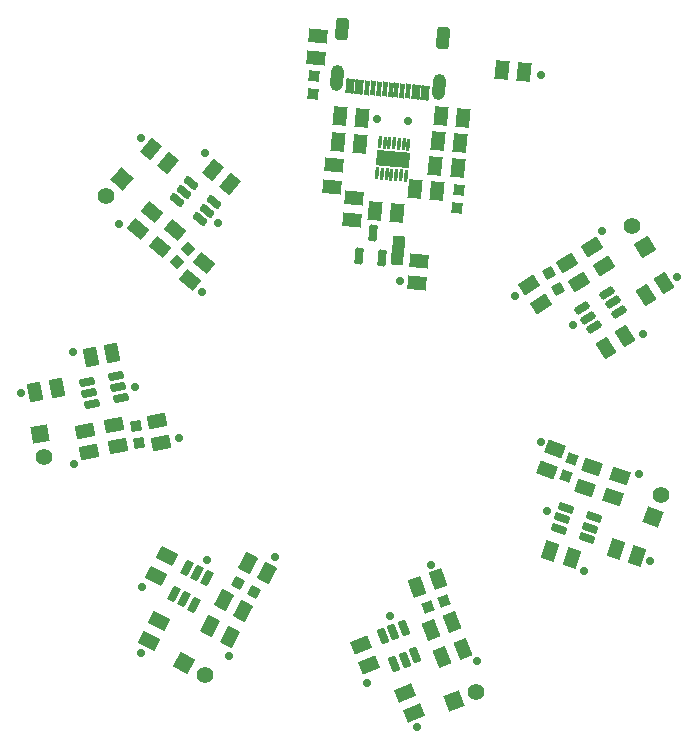
<source format=gts>
G04*
G04 #@! TF.GenerationSoftware,Altium Limited,Altium Designer,25.8.1 (18)*
G04*
G04 Layer_Color=8388736*
%FSLAX44Y44*%
%MOMM*%
G71*
G04*
G04 #@! TF.SameCoordinates,47027A52-A871-4FAA-A7FE-F427427C3117*
G04*
G04*
G04 #@! TF.FilePolarity,Negative*
G04*
G01*
G75*
G04:AMPARAMS|DCode=69|XSize=1.3077mm|YSize=1.02mm|CornerRadius=0mm|HoleSize=0mm|Usage=FLASHONLY|Rotation=265.000|XOffset=0mm|YOffset=0mm|HoleType=Round|Shape=Rectangle|*
%AMROTATEDRECTD69*
4,1,4,-0.4511,0.6958,0.5651,0.6069,0.4511,-0.6958,-0.5651,-0.6069,-0.4511,0.6958,0.0*
%
%ADD69ROTATEDRECTD69*%

G04:AMPARAMS|DCode=70|XSize=0.398mm|YSize=1.248mm|CornerRadius=0mm|HoleSize=0mm|Usage=FLASHONLY|Rotation=175.000|XOffset=0mm|YOffset=0mm|HoleType=Round|Shape=Rectangle|*
%AMROTATEDRECTD70*
4,1,4,0.2526,0.6043,0.1439,-0.6390,-0.2526,-0.6043,-0.1439,0.6390,0.2526,0.6043,0.0*
%
%ADD70ROTATEDRECTD70*%

G04:AMPARAMS|DCode=71|XSize=0.698mm|YSize=1.248mm|CornerRadius=0mm|HoleSize=0mm|Usage=FLASHONLY|Rotation=175.000|XOffset=0mm|YOffset=0mm|HoleType=Round|Shape=Rectangle|*
%AMROTATEDRECTD71*
4,1,4,0.4021,0.5912,0.2933,-0.6520,-0.4021,-0.5912,-0.2933,0.6520,0.4021,0.5912,0.0*
%
%ADD71ROTATEDRECTD71*%

G04:AMPARAMS|DCode=72|XSize=1.3116mm|YSize=0.6816mm|CornerRadius=0.1233mm|HoleSize=0mm|Usage=FLASHONLY|Rotation=161.520|XOffset=0mm|YOffset=0mm|HoleType=Round|Shape=RoundedRectangle|*
%AMROUNDEDRECTD72*
21,1,1.3116,0.4350,0,0,161.52*
21,1,1.0650,0.6816,0,0,161.52*
1,1,0.2466,-0.4361,0.3751*
1,1,0.2466,0.5740,0.0375*
1,1,0.2466,0.4361,-0.3751*
1,1,0.2466,-0.5740,-0.0375*
%
%ADD72ROUNDEDRECTD72*%
G04:AMPARAMS|DCode=73|XSize=1.1416mm|YSize=1.5716mm|CornerRadius=0mm|HoleSize=0mm|Usage=FLASHONLY|Rotation=161.683|XOffset=0mm|YOffset=0mm|HoleType=Round|Shape=Rectangle|*
%AMROTATEDRECTD73*
4,1,4,0.7888,0.5666,0.2949,-0.9254,-0.7888,-0.5666,-0.2949,0.9254,0.7888,0.5666,0.0*
%
%ADD73ROTATEDRECTD73*%

G04:AMPARAMS|DCode=74|XSize=1.1416mm|YSize=1.5716mm|CornerRadius=0mm|HoleSize=0mm|Usage=FLASHONLY|Rotation=249.339|XOffset=0mm|YOffset=0mm|HoleType=Round|Shape=Rectangle|*
%AMROTATEDRECTD74*
4,1,4,-0.5339,0.8113,0.9367,0.2568,0.5339,-0.8113,-0.9367,-0.2568,-0.5339,0.8113,0.0*
%
%ADD74ROTATEDRECTD74*%

G04:AMPARAMS|DCode=75|XSize=1.1416mm|YSize=1.5716mm|CornerRadius=0mm|HoleSize=0mm|Usage=FLASHONLY|Rotation=250.657|XOffset=0mm|YOffset=0mm|HoleType=Round|Shape=Rectangle|*
%AMROTATEDRECTD75*
4,1,4,-0.5524,0.7989,0.9305,0.2783,0.5524,-0.7989,-0.9305,-0.2783,-0.5524,0.7989,0.0*
%
%ADD75ROTATEDRECTD75*%

G04:AMPARAMS|DCode=76|XSize=1.1416mm|YSize=1.5716mm|CornerRadius=0mm|HoleSize=0mm|Usage=FLASHONLY|Rotation=161.386|XOffset=0mm|YOffset=0mm|HoleType=Round|Shape=Rectangle|*
%AMROTATEDRECTD76*
4,1,4,0.7918,0.5625,0.2901,-0.9269,-0.7918,-0.5625,-0.2901,0.9269,0.7918,0.5625,0.0*
%
%ADD76ROTATEDRECTD76*%

G04:AMPARAMS|DCode=77|XSize=1.1416mm|YSize=1.5716mm|CornerRadius=0mm|HoleSize=0mm|Usage=FLASHONLY|Rotation=251.229|XOffset=0mm|YOffset=0mm|HoleType=Round|Shape=Rectangle|*
%AMROTATEDRECTD77*
4,1,4,-0.5603,0.7933,0.9277,0.2876,0.5603,-0.7933,-0.9277,-0.2876,-0.5603,0.7933,0.0*
%
%ADD77ROTATEDRECTD77*%

%ADD78P,1.2751X4X204.811*%
G04:AMPARAMS|DCode=79|XSize=1.1416mm|YSize=1.5716mm|CornerRadius=0mm|HoleSize=0mm|Usage=FLASHONLY|Rotation=173.998|XOffset=0mm|YOffset=0mm|HoleType=Round|Shape=Rectangle|*
%AMROTATEDRECTD79*
4,1,4,0.6498,0.7218,0.4855,-0.8412,-0.6498,-0.7218,-0.4855,0.8412,0.6498,0.7218,0.0*
%
%ADD79ROTATEDRECTD79*%

G04:AMPARAMS|DCode=80|XSize=1.1416mm|YSize=1.5716mm|CornerRadius=0mm|HoleSize=0mm|Usage=FLASHONLY|Rotation=175.000|XOffset=0mm|YOffset=0mm|HoleType=Round|Shape=Rectangle|*
%AMROTATEDRECTD80*
4,1,4,0.6371,0.7331,0.5001,-0.8326,-0.6371,-0.7331,-0.5001,0.8326,0.6371,0.7331,0.0*
%
%ADD80ROTATEDRECTD80*%

G04:AMPARAMS|DCode=81|XSize=1.1416mm|YSize=1.5716mm|CornerRadius=0mm|HoleSize=0mm|Usage=FLASHONLY|Rotation=174.344|XOffset=0mm|YOffset=0mm|HoleType=Round|Shape=Rectangle|*
%AMROTATEDRECTD81*
4,1,4,0.6455,0.7257,0.4906,-0.8382,-0.6455,-0.7257,-0.4906,0.8382,0.6455,0.7257,0.0*
%
%ADD81ROTATEDRECTD81*%

G04:AMPARAMS|DCode=82|XSize=1.1416mm|YSize=1.5716mm|CornerRadius=0mm|HoleSize=0mm|Usage=FLASHONLY|Rotation=302.066|XOffset=0mm|YOffset=0mm|HoleType=Round|Shape=Rectangle|*
%AMROTATEDRECTD82*
4,1,4,-0.9689,0.0665,0.3629,0.9009,0.9689,-0.0665,-0.3629,-0.9009,-0.9689,0.0665,0.0*
%
%ADD82ROTATEDRECTD82*%

G04:AMPARAMS|DCode=83|XSize=1.1416mm|YSize=1.5716mm|CornerRadius=0mm|HoleSize=0mm|Usage=FLASHONLY|Rotation=173.890|XOffset=0mm|YOffset=0mm|HoleType=Round|Shape=Rectangle|*
%AMROTATEDRECTD83*
4,1,4,0.6512,0.7206,0.4839,-0.8421,-0.6512,-0.7206,-0.4839,0.8421,0.6512,0.7206,0.0*
%
%ADD83ROTATEDRECTD83*%

%ADD84P,1.2751X4X400.43*%
G04:AMPARAMS|DCode=85|XSize=2.8016mm|YSize=1.3016mm|CornerRadius=0mm|HoleSize=0mm|Usage=FLASHONLY|Rotation=355.000|XOffset=0mm|YOffset=0mm|HoleType=Round|Shape=Rectangle|*
%AMROTATEDRECTD85*
4,1,4,-1.4522,-0.5262,-1.3388,0.7704,1.4522,0.5262,1.3388,-0.7704,-1.4522,-0.5262,0.0*
%
%ADD85ROTATEDRECTD85*%

G04:AMPARAMS|DCode=86|XSize=1.058mm|YSize=0.298mm|CornerRadius=0mm|HoleSize=0mm|Usage=FLASHONLY|Rotation=85.000|XOffset=0mm|YOffset=0mm|HoleType=Round|Shape=Rectangle|*
%AMROTATEDRECTD86*
4,1,4,0.1023,-0.5400,-0.1945,-0.5140,-0.1023,0.5400,0.1945,0.5140,0.1023,-0.5400,0.0*
%
%ADD86ROTATEDRECTD86*%

G04:AMPARAMS|DCode=87|XSize=1.1416mm|YSize=1.5716mm|CornerRadius=0mm|HoleSize=0mm|Usage=FLASHONLY|Rotation=212.521|XOffset=0mm|YOffset=0mm|HoleType=Round|Shape=Rectangle|*
%AMROTATEDRECTD87*
4,1,4,0.0589,0.9695,0.9038,-0.3557,-0.0589,-0.9695,-0.9038,0.3557,0.0589,0.9695,0.0*
%
%ADD87ROTATEDRECTD87*%

G04:AMPARAMS|DCode=88|XSize=1.1416mm|YSize=1.5716mm|CornerRadius=0mm|HoleSize=0mm|Usage=FLASHONLY|Rotation=212.223|XOffset=0mm|YOffset=0mm|HoleType=Round|Shape=Rectangle|*
%AMROTATEDRECTD88*
4,1,4,0.0639,0.9691,0.9019,-0.3604,-0.0639,-0.9691,-0.9019,0.3604,0.0639,0.9691,0.0*
%
%ADD88ROTATEDRECTD88*%

G04:AMPARAMS|DCode=89|XSize=1.3116mm|YSize=0.6816mm|CornerRadius=0.1233mm|HoleSize=0mm|Usage=FLASHONLY|Rotation=212.357|XOffset=0mm|YOffset=0mm|HoleType=Round|Shape=RoundedRectangle|*
%AMROUNDEDRECTD89*
21,1,1.3116,0.4350,0,0,212.357*
21,1,1.0650,0.6816,0,0,212.357*
1,1,0.2466,-0.5662,-0.1013*
1,1,0.2466,0.3334,0.4687*
1,1,0.2466,0.5662,0.1013*
1,1,0.2466,-0.3334,-0.4687*
%
%ADD89ROUNDEDRECTD89*%
G04:AMPARAMS|DCode=90|XSize=1.1416mm|YSize=1.5716mm|CornerRadius=0mm|HoleSize=0mm|Usage=FLASHONLY|Rotation=303.261|XOffset=0mm|YOffset=0mm|HoleType=Round|Shape=Rectangle|*
%AMROTATEDRECTD90*
4,1,4,-0.9701,0.0463,0.3440,0.9083,0.9701,-0.0463,-0.3440,-0.9083,-0.9701,0.0463,0.0*
%
%ADD90ROTATEDRECTD90*%

G04:AMPARAMS|DCode=91|XSize=1.1416mm|YSize=1.5716mm|CornerRadius=0mm|HoleSize=0mm|Usage=FLASHONLY|Rotation=85.000|XOffset=0mm|YOffset=0mm|HoleType=Round|Shape=Rectangle|*
%AMROTATEDRECTD91*
4,1,4,0.7331,-0.6371,-0.8326,-0.5001,-0.7331,0.6371,0.8326,0.5001,0.7331,-0.6371,0.0*
%
%ADD91ROTATEDRECTD91*%

G04:AMPARAMS|DCode=92|XSize=1.1416mm|YSize=1.5716mm|CornerRadius=0mm|HoleSize=0mm|Usage=FLASHONLY|Rotation=200.137|XOffset=0mm|YOffset=0mm|HoleType=Round|Shape=Rectangle|*
%AMROTATEDRECTD92*
4,1,4,0.2654,0.9343,0.8064,-0.5413,-0.2654,-0.9343,-0.8064,0.5413,0.2654,0.9343,0.0*
%
%ADD92ROTATEDRECTD92*%

G04:AMPARAMS|DCode=93|XSize=1.1416mm|YSize=1.5716mm|CornerRadius=0mm|HoleSize=0mm|Usage=FLASHONLY|Rotation=201.702|XOffset=0mm|YOffset=0mm|HoleType=Round|Shape=Rectangle|*
%AMROTATEDRECTD93*
4,1,4,0.2398,0.9412,0.8209,-0.5190,-0.2398,-0.9412,-0.8209,0.5190,0.2398,0.9412,0.0*
%
%ADD93ROTATEDRECTD93*%

G04:AMPARAMS|DCode=94|XSize=1.3116mm|YSize=0.6816mm|CornerRadius=0.1233mm|HoleSize=0mm|Usage=FLASHONLY|Rotation=111.993|XOffset=0mm|YOffset=0mm|HoleType=Round|Shape=RoundedRectangle|*
%AMROUNDEDRECTD94*
21,1,1.3116,0.4350,0,0,111.993*
21,1,1.0650,0.6816,0,0,111.993*
1,1,0.2466,0.0023,0.5752*
1,1,0.2466,0.4011,-0.4123*
1,1,0.2466,-0.0023,-0.5752*
1,1,0.2466,-0.4011,0.4123*
%
%ADD94ROUNDEDRECTD94*%
G04:AMPARAMS|DCode=95|XSize=1.1416mm|YSize=1.5716mm|CornerRadius=0mm|HoleSize=0mm|Usage=FLASHONLY|Rotation=112.156|XOffset=0mm|YOffset=0mm|HoleType=Round|Shape=Rectangle|*
%AMROTATEDRECTD95*
4,1,4,0.9430,-0.2323,-0.5125,-0.8250,-0.9430,0.2323,0.5125,0.8250,0.9430,-0.2323,0.0*
%
%ADD95ROTATEDRECTD95*%

%ADD96P,1.2751X4X220.0*%
G04:AMPARAMS|DCode=97|XSize=1.1416mm|YSize=1.5716mm|CornerRadius=0mm|HoleSize=0mm|Usage=FLASHONLY|Rotation=320.033|XOffset=0mm|YOffset=0mm|HoleType=Round|Shape=Rectangle|*
%AMROTATEDRECTD97*
4,1,4,-0.9422,-0.2356,0.0673,0.9689,0.9422,0.2356,-0.0673,-0.9689,-0.9422,-0.2356,0.0*
%
%ADD97ROTATEDRECTD97*%

G04:AMPARAMS|DCode=98|XSize=1.1416mm|YSize=1.5716mm|CornerRadius=0mm|HoleSize=0mm|Usage=FLASHONLY|Rotation=320.331|XOffset=0mm|YOffset=0mm|HoleType=Round|Shape=Rectangle|*
%AMROTATEDRECTD98*
4,1,4,-0.9410,-0.2405,0.0623,0.9692,0.9410,0.2405,-0.0623,-0.9692,-0.9410,-0.2405,0.0*
%
%ADD98ROTATEDRECTD98*%

G04:AMPARAMS|DCode=99|XSize=1.3116mm|YSize=0.6816mm|CornerRadius=0.1233mm|HoleSize=0mm|Usage=FLASHONLY|Rotation=320.167|XOffset=0mm|YOffset=0mm|HoleType=Round|Shape=RoundedRectangle|*
%AMROUNDEDRECTD99*
21,1,1.3116,0.4350,0,0,320.167*
21,1,1.0650,0.6816,0,0,320.167*
1,1,0.2466,0.2696,-0.5081*
1,1,0.2466,-0.5482,0.1741*
1,1,0.2466,-0.2696,0.5081*
1,1,0.2466,0.5482,-0.1741*
%
%ADD99ROUNDEDRECTD99*%
G04:AMPARAMS|DCode=100|XSize=1.1416mm|YSize=1.5716mm|CornerRadius=0mm|HoleSize=0mm|Usage=FLASHONLY|Rotation=50.239|XOffset=0mm|YOffset=0mm|HoleType=Round|Shape=Rectangle|*
%AMROTATEDRECTD100*
4,1,4,0.2390,-0.9414,-0.9691,0.0638,-0.2390,0.9414,0.9691,-0.0638,0.2390,-0.9414,0.0*
%
%ADD100ROTATEDRECTD100*%

G04:AMPARAMS|DCode=101|XSize=1.1416mm|YSize=1.5716mm|CornerRadius=0mm|HoleSize=0mm|Usage=FLASHONLY|Rotation=151.848|XOffset=0mm|YOffset=0mm|HoleType=Round|Shape=Rectangle|*
%AMROTATEDRECTD101*
4,1,4,0.8740,0.4235,0.1325,-0.9621,-0.8740,-0.4235,-0.1325,0.9621,0.8740,0.4235,0.0*
%
%ADD101ROTATEDRECTD101*%

G04:AMPARAMS|DCode=102|XSize=1.1416mm|YSize=1.5716mm|CornerRadius=0mm|HoleSize=0mm|Usage=FLASHONLY|Rotation=49.876|XOffset=0mm|YOffset=0mm|HoleType=Round|Shape=Rectangle|*
%AMROTATEDRECTD102*
4,1,4,0.2330,-0.9429,-0.9687,0.0699,-0.2330,0.9429,0.9687,-0.0699,0.2330,-0.9429,0.0*
%
%ADD102ROTATEDRECTD102*%

G04:AMPARAMS|DCode=103|XSize=1.1416mm|YSize=1.5716mm|CornerRadius=0mm|HoleSize=0mm|Usage=FLASHONLY|Rotation=100.862|XOffset=0mm|YOffset=0mm|HoleType=Round|Shape=Rectangle|*
%AMROTATEDRECTD103*
4,1,4,0.8793,-0.4125,-0.6642,-0.7087,-0.8793,0.4125,0.6642,0.7087,0.8793,-0.4125,0.0*
%
%ADD103ROTATEDRECTD103*%

G04:AMPARAMS|DCode=104|XSize=1.1416mm|YSize=1.5716mm|CornerRadius=0mm|HoleSize=0mm|Usage=FLASHONLY|Rotation=152.131|XOffset=0mm|YOffset=0mm|HoleType=Round|Shape=Rectangle|*
%AMROTATEDRECTD104*
4,1,4,0.8719,0.4278,0.1373,-0.9615,-0.8719,-0.4278,-0.1373,0.9615,0.8719,0.4278,0.0*
%
%ADD104ROTATEDRECTD104*%

G04:AMPARAMS|DCode=105|XSize=1.1416mm|YSize=1.5716mm|CornerRadius=0mm|HoleSize=0mm|Usage=FLASHONLY|Rotation=111.859|XOffset=0mm|YOffset=0mm|HoleType=Round|Shape=Rectangle|*
%AMROTATEDRECTD105*
4,1,4,0.9418,-0.2372,-0.5168,-0.8223,-0.9418,0.2372,0.5168,0.8223,0.9418,-0.2372,0.0*
%
%ADD105ROTATEDRECTD105*%

G04:AMPARAMS|DCode=106|XSize=1.3116mm|YSize=0.6816mm|CornerRadius=0.1233mm|HoleSize=0mm|Usage=FLASHONLY|Rotation=62.422|XOffset=0mm|YOffset=0mm|HoleType=Round|Shape=RoundedRectangle|*
%AMROUNDEDRECTD106*
21,1,1.3116,0.4350,0,0,62.422*
21,1,1.0650,0.6816,0,0,62.422*
1,1,0.2466,0.4393,0.3713*
1,1,0.2466,-0.0537,-0.5727*
1,1,0.2466,-0.4393,-0.3713*
1,1,0.2466,0.0537,0.5727*
%
%ADD106ROUNDEDRECTD106*%
G04:AMPARAMS|DCode=107|XSize=1.1416mm|YSize=1.5716mm|CornerRadius=0mm|HoleSize=0mm|Usage=FLASHONLY|Rotation=62.288|XOffset=0mm|YOffset=0mm|HoleType=Round|Shape=Rectangle|*
%AMROTATEDRECTD107*
4,1,4,0.4302,-0.8708,-0.9611,-0.1399,-0.4302,0.8708,0.9611,0.1399,0.4302,-0.8708,0.0*
%
%ADD107ROTATEDRECTD107*%

G04:AMPARAMS|DCode=108|XSize=1.1416mm|YSize=1.5716mm|CornerRadius=0mm|HoleSize=0mm|Usage=FLASHONLY|Rotation=62.585|XOffset=0mm|YOffset=0mm|HoleType=Round|Shape=Rectangle|*
%AMROTATEDRECTD108*
4,1,4,0.4347,-0.8685,-0.9604,-0.1449,-0.4347,0.8685,0.9604,0.1449,0.4347,-0.8685,0.0*
%
%ADD108ROTATEDRECTD108*%

G04:AMPARAMS|DCode=109|XSize=1.1416mm|YSize=1.5716mm|CornerRadius=0mm|HoleSize=0mm|Usage=FLASHONLY|Rotation=11.095|XOffset=0mm|YOffset=0mm|HoleType=Round|Shape=Rectangle|*
%AMROTATEDRECTD109*
4,1,4,-0.4089,-0.8810,-0.7114,0.6613,0.4089,0.8810,0.7114,-0.6613,-0.4089,-0.8810,0.0*
%
%ADD109ROTATEDRECTD109*%

G04:AMPARAMS|DCode=110|XSize=1.3116mm|YSize=0.6816mm|CornerRadius=0.1233mm|HoleSize=0mm|Usage=FLASHONLY|Rotation=11.229|XOffset=0mm|YOffset=0mm|HoleType=Round|Shape=RoundedRectangle|*
%AMROUNDEDRECTD110*
21,1,1.3116,0.4350,0,0,11.229*
21,1,1.0650,0.6816,0,0,11.229*
1,1,0.2466,0.5647,-0.1096*
1,1,0.2466,-0.4800,-0.3170*
1,1,0.2466,-0.5647,0.1096*
1,1,0.2466,0.4800,0.3170*
%
%ADD110ROUNDEDRECTD110*%
G04:AMPARAMS|DCode=111|XSize=1.1416mm|YSize=1.5716mm|CornerRadius=0mm|HoleSize=0mm|Usage=FLASHONLY|Rotation=11.393|XOffset=0mm|YOffset=0mm|HoleType=Round|Shape=Rectangle|*
%AMROTATEDRECTD111*
4,1,4,-0.4043,-0.8831,-0.7148,0.6576,0.4043,0.8831,0.7148,-0.6576,-0.4043,-0.8831,0.0*
%
%ADD111ROTATEDRECTD111*%

G04:AMPARAMS|DCode=112|XSize=1.1416mm|YSize=1.5716mm|CornerRadius=0mm|HoleSize=0mm|Usage=FLASHONLY|Rotation=100.938|XOffset=0mm|YOffset=0mm|HoleType=Round|Shape=Rectangle|*
%AMROTATEDRECTD112*
4,1,4,0.8798,-0.4113,-0.6632,-0.7095,-0.8798,0.4113,0.6632,0.7095,0.8798,-0.4113,0.0*
%
%ADD112ROTATEDRECTD112*%

G04:AMPARAMS|DCode=113|XSize=1.4216mm|YSize=0.7016mm|CornerRadius=0.1258mm|HoleSize=0mm|Usage=FLASHONLY|Rotation=85.000|XOffset=0mm|YOffset=0mm|HoleType=Round|Shape=RoundedRectangle|*
%AMROUNDEDRECTD113*
21,1,1.4216,0.4500,0,0,85.0*
21,1,1.1700,0.7016,0,0,85.0*
1,1,0.2516,0.2751,0.5632*
1,1,0.2516,0.1732,-0.6024*
1,1,0.2516,-0.2751,-0.5632*
1,1,0.2516,-0.1732,0.6024*
%
%ADD113ROUNDEDRECTD113*%
G04:AMPARAMS|DCode=114|XSize=1mm|YSize=1.02mm|CornerRadius=0mm|HoleSize=0mm|Usage=FLASHONLY|Rotation=265.000|XOffset=0mm|YOffset=0mm|HoleType=Round|Shape=Rectangle|*
%AMROTATEDRECTD114*
4,1,4,-0.4645,0.5425,0.5516,0.4537,0.4645,-0.5425,-0.5516,-0.4537,-0.4645,0.5425,0.0*
%
%ADD114ROTATEDRECTD114*%

G04:AMPARAMS|DCode=115|XSize=1.1416mm|YSize=1.5716mm|CornerRadius=0mm|HoleSize=0mm|Usage=FLASHONLY|Rotation=301.494|XOffset=0mm|YOffset=0mm|HoleType=Round|Shape=Rectangle|*
%AMROTATEDRECTD115*
4,1,4,-0.9682,0.0762,0.3719,0.8972,0.9682,-0.0762,-0.3719,-0.8972,-0.9682,0.0762,0.0*
%
%ADD115ROTATEDRECTD115*%

%ADD116P,1.2751X4X255.648*%
G04:AMPARAMS|DCode=117|XSize=1.1416mm|YSize=1.5716mm|CornerRadius=0mm|HoleSize=0mm|Usage=FLASHONLY|Rotation=201.130|XOffset=0mm|YOffset=0mm|HoleType=Round|Shape=Rectangle|*
%AMROTATEDRECTD117*
4,1,4,0.2492,0.9387,0.8157,-0.5272,-0.2492,-0.9387,-0.8157,0.5272,0.2492,0.9387,0.0*
%
%ADD117ROTATEDRECTD117*%

%ADD118P,1.2751X4X155.284*%
G04:AMPARAMS|DCode=119|XSize=1.1416mm|YSize=1.5716mm|CornerRadius=0mm|HoleSize=0mm|Usage=FLASHONLY|Rotation=100.366|XOffset=0mm|YOffset=0mm|HoleType=Round|Shape=Rectangle|*
%AMROTATEDRECTD119*
4,1,4,0.8757,-0.4201,-0.6703,-0.7029,-0.8757,0.4201,0.6703,0.7029,0.8757,-0.4201,0.0*
%
%ADD119ROTATEDRECTD119*%

%ADD120P,1.2751X4X54.52*%
G04:AMPARAMS|DCode=121|XSize=1.1416mm|YSize=1.5716mm|CornerRadius=0mm|HoleSize=0mm|Usage=FLASHONLY|Rotation=49.304|XOffset=0mm|YOffset=0mm|HoleType=Round|Shape=Rectangle|*
%AMROTATEDRECTD121*
4,1,4,0.2236,-0.9452,-0.9680,0.0796,-0.2236,0.9452,0.9680,-0.0796,0.2236,-0.9452,0.0*
%
%ADD121ROTATEDRECTD121*%

%ADD122P,1.2751X4X363.458*%
%ADD123P,1.2751X4X105.713*%
G04:AMPARAMS|DCode=124|XSize=1.1416mm|YSize=1.5716mm|CornerRadius=0mm|HoleSize=0mm|Usage=FLASHONLY|Rotation=151.559|XOffset=0mm|YOffset=0mm|HoleType=Round|Shape=Rectangle|*
%AMROTATEDRECTD124*
4,1,4,0.8762,0.4191,0.1277,-0.9628,-0.8762,-0.4191,-0.1277,0.9628,0.8762,0.4191,0.0*
%
%ADD124ROTATEDRECTD124*%

G04:AMPARAMS|DCode=125|XSize=1.1416mm|YSize=1.5716mm|CornerRadius=0mm|HoleSize=0mm|Usage=FLASHONLY|Rotation=174.813|XOffset=0mm|YOffset=0mm|HoleType=Round|Shape=Rectangle|*
%AMROTATEDRECTD125*
4,1,4,0.6395,0.7310,0.4974,-0.8342,-0.6395,-0.7310,-0.4974,0.8342,0.6395,0.7310,0.0*
%
%ADD125ROTATEDRECTD125*%

G04:AMPARAMS|DCode=126|XSize=2.2016mm|YSize=1.1016mm|CornerRadius=0mm|HoleSize=0mm|Usage=FLASHONLY|Rotation=265.000|XOffset=0mm|YOffset=0mm|HoleType=Round|Shape=Round|*
%AMOVALD126*
21,1,1.1000,1.1016,0.0000,0.0000,265.0*
1,1,1.1016,0.0479,0.5479*
1,1,1.1016,-0.0479,-0.5479*
%
%ADD126OVALD126*%

G04:AMPARAMS|DCode=127|XSize=1.9016mm|YSize=1.1016mm|CornerRadius=0.3008mm|HoleSize=0mm|Usage=FLASHONLY|Rotation=265.000|XOffset=0mm|YOffset=0mm|HoleType=Round|Shape=RoundedRectangle|*
%AMROUNDEDRECTD127*
21,1,1.9016,0.5000,0,0,265.0*
21,1,1.3000,1.1016,0,0,265.0*
1,1,0.6016,-0.3057,-0.6257*
1,1,0.6016,-0.1924,0.6693*
1,1,0.6016,0.3057,0.6257*
1,1,0.6016,0.1924,-0.6693*
%
%ADD127ROUNDEDRECTD127*%
%ADD128C,1.4096*%
%ADD129P,1.9935X4X114.94*%
%ADD130P,1.9935X4X165.777*%
%ADD131P,1.9935X4X65.413*%
%ADD132P,1.9935X4X273.587*%
%ADD133P,1.9935X4X375.842*%
%ADD134P,1.9935X4X324.649*%
%ADD135C,0.7016*%
D69*
X1513206Y1100625D02*
D03*
D70*
X1487134Y1238600D02*
D03*
X1517020Y1235985D02*
D03*
X1497096Y1237728D02*
D03*
X1507057Y1236856D02*
D03*
X1512039Y1236420D02*
D03*
X1502076Y1237292D02*
D03*
X1492115Y1238164D02*
D03*
X1522000Y1235549D02*
D03*
D71*
X1528476Y1234982D02*
D03*
X1480658Y1239166D02*
D03*
X1472689Y1239863D02*
D03*
X1536445Y1234286D02*
D03*
D72*
X1655567Y883173D02*
D03*
X1679372Y875217D02*
D03*
X1676361Y866207D02*
D03*
X1673349Y857197D02*
D03*
X1652555Y874163D02*
D03*
X1649544Y865153D02*
D03*
D73*
X1698033Y848473D02*
D03*
X1715880Y842565D02*
D03*
D74*
X1639313Y915207D02*
D03*
X1645946Y932798D02*
D03*
D75*
X1677722Y917431D02*
D03*
X1671494Y899692D02*
D03*
D76*
X1660319Y840244D02*
D03*
X1642502Y846245D02*
D03*
D77*
X1695344Y891880D02*
D03*
X1701394Y909681D02*
D03*
D78*
X1655444Y909825D02*
D03*
X1660621Y923904D02*
D03*
D79*
X1620035Y1251804D02*
D03*
X1601337Y1253771D02*
D03*
D80*
X1568110Y1212994D02*
D03*
X1464550Y1214526D02*
D03*
X1462732Y1192601D02*
D03*
X1512410Y1132813D02*
D03*
X1493682Y1134452D02*
D03*
X1549381Y1214633D02*
D03*
X1481461Y1190963D02*
D03*
X1483279Y1212887D02*
D03*
D81*
X1565943Y1191655D02*
D03*
X1547235Y1193507D02*
D03*
D82*
X1677670Y1104032D02*
D03*
X1687651Y1088100D02*
D03*
D83*
X1563777Y1170456D02*
D03*
X1545084Y1172457D02*
D03*
D84*
X1564720Y1151773D02*
D03*
X1563525Y1136821D02*
D03*
D85*
X1508961Y1178288D02*
D03*
D86*
X1511791Y1164739D02*
D03*
X1498161Y1192533D02*
D03*
X1502146Y1192185D02*
D03*
X1506131Y1191836D02*
D03*
X1518085Y1190790D02*
D03*
X1522069Y1190441D02*
D03*
X1515775Y1164391D02*
D03*
X1499836Y1165785D02*
D03*
X1495851Y1166134D02*
D03*
X1510115Y1191487D02*
D03*
X1507806Y1165088D02*
D03*
X1503821Y1165436D02*
D03*
X1514100Y1191139D02*
D03*
X1519760Y1164043D02*
D03*
D87*
X1738858Y1072878D02*
D03*
X1723006Y1062772D02*
D03*
D88*
X1705569Y1028333D02*
D03*
X1689664Y1018308D02*
D03*
D89*
X1674366Y1043734D02*
D03*
X1679451Y1035709D02*
D03*
X1669282Y1051759D02*
D03*
X1690485Y1065192D02*
D03*
X1695569Y1057167D02*
D03*
X1700653Y1049142D02*
D03*
D90*
X1624068Y1071526D02*
D03*
X1634379Y1055806D02*
D03*
D91*
X1529356Y1072939D02*
D03*
X1457194Y1154539D02*
D03*
X1530995Y1091667D02*
D03*
X1474808Y1126397D02*
D03*
X1476446Y1145125D02*
D03*
X1458832Y1173267D02*
D03*
X1445351Y1282618D02*
D03*
X1443712Y1263890D02*
D03*
D92*
X1547310Y822549D02*
D03*
X1529660Y816077D02*
D03*
D93*
X1568244Y763552D02*
D03*
X1550776Y756600D02*
D03*
D94*
X1509524Y777650D02*
D03*
X1500715Y774092D02*
D03*
X1518333Y781208D02*
D03*
X1527733Y757934D02*
D03*
X1518924Y754376D02*
D03*
X1510115Y750819D02*
D03*
D95*
X1526591Y708968D02*
D03*
X1519501Y726379D02*
D03*
D96*
X1441026Y1233649D02*
D03*
X1442334Y1248592D02*
D03*
D97*
X1356602Y1169054D02*
D03*
X1371010Y1156977D02*
D03*
D98*
X1304008Y1187122D02*
D03*
X1318480Y1175121D02*
D03*
D99*
X1351482Y1134637D02*
D03*
X1357568Y1141931D02*
D03*
X1345397Y1127342D02*
D03*
X1326122Y1143419D02*
D03*
X1332208Y1150714D02*
D03*
X1338293Y1158009D02*
D03*
D100*
X1337420Y1075684D02*
D03*
X1349445Y1090136D02*
D03*
D101*
X1402788Y827476D02*
D03*
X1386212Y836345D02*
D03*
D102*
X1293063Y1119339D02*
D03*
X1305179Y1133715D02*
D03*
D103*
X1312934Y937950D02*
D03*
X1309391Y956413D02*
D03*
D104*
X1370813Y773835D02*
D03*
X1354193Y782624D02*
D03*
D105*
X1488761Y749727D02*
D03*
X1481761Y767176D02*
D03*
D106*
X1343464Y827676D02*
D03*
X1335044Y832074D02*
D03*
X1323423Y809826D02*
D03*
X1331844Y805428D02*
D03*
X1340265Y801029D02*
D03*
X1351885Y823278D02*
D03*
D107*
X1308745Y825374D02*
D03*
X1317487Y842017D02*
D03*
D108*
X1302251Y770144D02*
D03*
X1310907Y786832D02*
D03*
D109*
X1253118Y1010573D02*
D03*
X1271566Y1014191D02*
D03*
D110*
X1276670Y984960D02*
D03*
X1274820Y994279D02*
D03*
X1278520Y975642D02*
D03*
X1253901Y970754D02*
D03*
X1252051Y980072D02*
D03*
X1250201Y989390D02*
D03*
D111*
X1206009Y981021D02*
D03*
X1224439Y984734D02*
D03*
D112*
X1251854Y929908D02*
D03*
X1248287Y948365D02*
D03*
D113*
X1499623Y1094512D02*
D03*
X1491902Y1115264D02*
D03*
X1480695Y1096168D02*
D03*
D114*
X1512566Y1093290D02*
D03*
X1513889Y1108412D02*
D03*
D115*
X1656712Y1090572D02*
D03*
X1666533Y1074541D02*
D03*
D116*
X1648540Y1068495D02*
D03*
X1640894Y1081400D02*
D03*
D117*
X1558774Y786590D02*
D03*
X1541238Y779813D02*
D03*
D118*
X1538528Y798600D02*
D03*
X1552598Y803801D02*
D03*
D119*
X1276256Y934908D02*
D03*
X1272873Y953401D02*
D03*
D120*
X1291836Y952554D02*
D03*
X1294317Y937760D02*
D03*
D121*
X1312289Y1103502D02*
D03*
X1324547Y1117756D02*
D03*
D122*
X1335807Y1102473D02*
D03*
X1325859Y1091247D02*
D03*
D123*
X1391304Y811846D02*
D03*
X1378221Y819184D02*
D03*
D124*
X1365677Y804938D02*
D03*
X1382208Y795984D02*
D03*
D125*
X1546753Y1150769D02*
D03*
X1528029Y1152469D02*
D03*
D126*
X1462033Y1246567D02*
D03*
X1548104Y1239037D02*
D03*
D127*
X1465676Y1288208D02*
D03*
X1551747Y1280678D02*
D03*
D128*
X1736469Y894067D02*
D03*
X1266082Y1146652D02*
D03*
X1213652Y926085D02*
D03*
X1711927Y1121367D02*
D03*
X1579133Y726736D02*
D03*
X1349850Y741671D02*
D03*
D129*
X1729609Y875281D02*
D03*
D130*
X1722161Y1104183D02*
D03*
D131*
X1560389Y719760D02*
D03*
D132*
X1279311Y1161652D02*
D03*
D133*
X1332384Y751415D02*
D03*
D134*
X1210299Y945802D02*
D03*
D135*
X1612295Y1062667D02*
D03*
X1347490Y1066053D02*
D03*
X1327664Y942018D02*
D03*
X1409178Y841003D02*
D03*
X1541735Y834560D02*
D03*
X1634548Y938589D02*
D03*
X1726817Y837500D02*
D03*
X1639936Y880620D02*
D03*
X1717200Y911938D02*
D03*
X1671273Y829326D02*
D03*
X1634532Y1248985D02*
D03*
X1685903Y1117713D02*
D03*
X1749691Y1078160D02*
D03*
X1720952Y1029931D02*
D03*
X1661391Y1038027D02*
D03*
X1514946Y1074601D02*
D03*
X1580221Y752993D02*
D03*
X1529837Y697361D02*
D03*
X1506245Y791440D02*
D03*
X1360884Y1124028D02*
D03*
X1295668Y1195821D02*
D03*
X1350375Y1183211D02*
D03*
X1277520Y1122992D02*
D03*
X1290830Y985606D02*
D03*
X1351835Y839115D02*
D03*
X1487566Y734307D02*
D03*
X1370542Y757871D02*
D03*
X1238192Y1014627D02*
D03*
X1194000Y980000D02*
D03*
X1239244Y920113D02*
D03*
X1296231Y816283D02*
D03*
X1295520Y760146D02*
D03*
X1521818Y1210520D02*
D03*
X1495682Y1211802D02*
D03*
M02*

</source>
